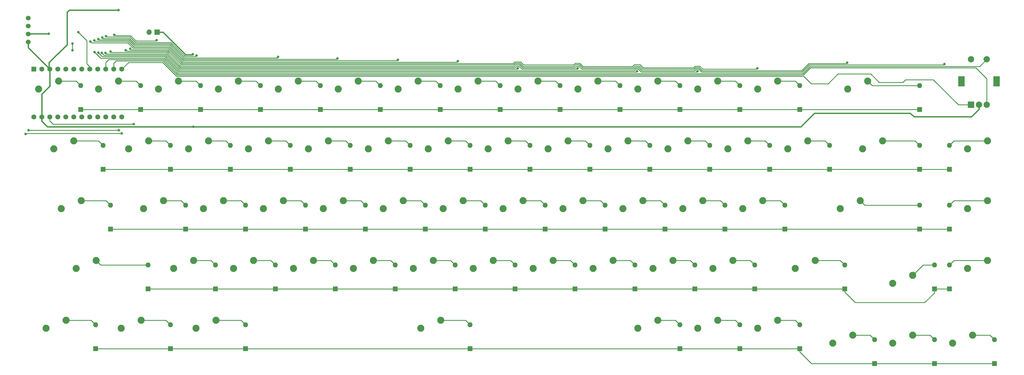
<source format=gtl>
%TF.GenerationSoftware,KiCad,Pcbnew,(6.0.8)*%
%TF.CreationDate,2023-03-19T19:58:51-07:00*%
%TF.ProjectId,Dissatisfaction65,44697373-6174-4697-9366-616374696f6e,rev?*%
%TF.SameCoordinates,Original*%
%TF.FileFunction,Copper,L1,Top*%
%TF.FilePolarity,Positive*%
%FSLAX46Y46*%
G04 Gerber Fmt 4.6, Leading zero omitted, Abs format (unit mm)*
G04 Created by KiCad (PCBNEW (6.0.8)) date 2023-03-19 19:58:51*
%MOMM*%
%LPD*%
G01*
G04 APERTURE LIST*
%TA.AperFunction,ComponentPad*%
%ADD10R,1.600000X1.600000*%
%TD*%
%TA.AperFunction,ComponentPad*%
%ADD11O,1.600000X1.600000*%
%TD*%
%TA.AperFunction,ComponentPad*%
%ADD12C,2.250000*%
%TD*%
%TA.AperFunction,ComponentPad*%
%ADD13R,2.000000X2.000000*%
%TD*%
%TA.AperFunction,ComponentPad*%
%ADD14C,2.000000*%
%TD*%
%TA.AperFunction,ComponentPad*%
%ADD15R,2.000000X3.200000*%
%TD*%
%TA.AperFunction,ComponentPad*%
%ADD16R,1.700000X1.700000*%
%TD*%
%TA.AperFunction,ComponentPad*%
%ADD17O,1.700000X1.700000*%
%TD*%
%TA.AperFunction,ComponentPad*%
%ADD18C,1.524000*%
%TD*%
%TA.AperFunction,ComponentPad*%
%ADD19C,1.600000*%
%TD*%
%TA.AperFunction,ViaPad*%
%ADD20C,0.800000*%
%TD*%
%TA.AperFunction,Conductor*%
%ADD21C,0.254000*%
%TD*%
%TA.AperFunction,Conductor*%
%ADD22C,0.381000*%
%TD*%
G04 APERTURE END LIST*
D10*
X34925000Y-49212500D03*
D11*
X34925000Y-41592500D03*
D10*
X53975000Y-49212500D03*
D11*
X53975000Y-41592500D03*
D10*
X73025000Y-49212500D03*
D11*
X73025000Y-41592500D03*
D10*
X92075000Y-49212500D03*
D11*
X92075000Y-41592500D03*
D10*
X111125000Y-49212500D03*
D11*
X111125000Y-41592500D03*
D10*
X130175000Y-49212500D03*
D11*
X130175000Y-41592500D03*
D10*
X149225000Y-49212500D03*
D11*
X149225000Y-41592500D03*
D10*
X168275000Y-49212500D03*
D11*
X168275000Y-41592500D03*
D10*
X187325000Y-49212500D03*
D11*
X187325000Y-41592500D03*
D10*
X206375000Y-49212500D03*
D11*
X206375000Y-41592500D03*
D10*
X225425000Y-49212500D03*
D11*
X225425000Y-41592500D03*
D10*
X244475000Y-49212500D03*
D11*
X244475000Y-41592500D03*
D10*
X263525000Y-49212500D03*
D11*
X263525000Y-41592500D03*
D10*
X301625000Y-49212500D03*
D11*
X301625000Y-41592500D03*
D10*
X42068750Y-68262500D03*
D11*
X42068750Y-60642500D03*
D10*
X63500000Y-68262500D03*
D11*
X63500000Y-60642500D03*
D10*
X82550000Y-68262500D03*
D11*
X82550000Y-60642500D03*
D10*
X101600000Y-68262500D03*
D11*
X101600000Y-60642500D03*
D10*
X120650000Y-68262500D03*
D11*
X120650000Y-60642500D03*
D10*
X139700000Y-68262500D03*
D11*
X139700000Y-60642500D03*
D10*
X158750000Y-68262500D03*
D11*
X158750000Y-60642500D03*
D10*
X177800000Y-68262500D03*
D11*
X177800000Y-60642500D03*
D10*
X196850000Y-68262500D03*
D11*
X196850000Y-60642500D03*
D10*
X215900000Y-68262500D03*
D11*
X215900000Y-60642500D03*
D10*
X234950000Y-68262500D03*
D11*
X234950000Y-60642500D03*
D10*
X254000000Y-68262500D03*
D11*
X254000000Y-60642500D03*
D10*
X273050000Y-68262500D03*
D11*
X273050000Y-60642500D03*
D10*
X301625000Y-68262500D03*
D11*
X301625000Y-60642500D03*
D10*
X311150000Y-68262500D03*
D11*
X311150000Y-60642500D03*
D10*
X44450000Y-87312500D03*
D11*
X44450000Y-79692500D03*
D10*
X68262500Y-87312500D03*
D11*
X68262500Y-79692500D03*
D10*
X87312500Y-87312500D03*
D11*
X87312500Y-79692500D03*
D10*
X106362500Y-87312500D03*
D11*
X106362500Y-79692500D03*
D10*
X125412500Y-87312500D03*
D11*
X125412500Y-79692500D03*
D10*
X144462500Y-87312500D03*
D11*
X144462500Y-79692500D03*
D10*
X163512500Y-87312500D03*
D11*
X163512500Y-79692500D03*
D10*
X182562500Y-87312500D03*
D11*
X182562500Y-79692500D03*
D10*
X201612500Y-87312500D03*
D11*
X201612500Y-79692500D03*
D10*
X220662500Y-87312500D03*
D11*
X220662500Y-79692500D03*
D10*
X239712500Y-87312500D03*
D11*
X239712500Y-79692500D03*
D10*
X258762500Y-87312500D03*
D11*
X258762500Y-79692500D03*
D10*
X301625000Y-87312500D03*
D11*
X301625000Y-79692500D03*
D10*
X311150000Y-87312500D03*
D11*
X311150000Y-79692500D03*
D10*
X56356250Y-106362500D03*
D11*
X56356250Y-98742500D03*
D10*
X77787500Y-106362500D03*
D11*
X77787500Y-98742500D03*
D10*
X96837500Y-106362500D03*
D11*
X96837500Y-98742500D03*
D10*
X115887500Y-106362500D03*
D11*
X115887500Y-98742500D03*
D10*
X134937500Y-106362500D03*
D11*
X134937500Y-98742500D03*
D10*
X153987500Y-106362500D03*
D11*
X153987500Y-98742500D03*
D10*
X173037500Y-106362500D03*
D11*
X173037500Y-98742500D03*
D10*
X192087500Y-106362500D03*
D11*
X192087500Y-98742500D03*
D10*
X211137500Y-106362500D03*
D11*
X211137500Y-98742500D03*
D10*
X230187500Y-106362500D03*
D11*
X230187500Y-98742500D03*
D10*
X249237500Y-106362500D03*
D11*
X249237500Y-98742500D03*
D10*
X277812500Y-106362500D03*
D11*
X277812500Y-98742500D03*
D10*
X306387500Y-106362500D03*
D11*
X306387500Y-98742500D03*
D10*
X311150000Y-106362500D03*
D11*
X311150000Y-98742500D03*
D10*
X39687500Y-125412500D03*
D11*
X39687500Y-117792500D03*
D10*
X63500000Y-125412500D03*
D11*
X63500000Y-117792500D03*
D10*
X87312500Y-125412500D03*
D11*
X87312500Y-117792500D03*
D10*
X158750000Y-125412500D03*
D11*
X158750000Y-117792500D03*
D10*
X225425000Y-125412500D03*
D11*
X225425000Y-117792500D03*
D10*
X244475000Y-125412500D03*
D11*
X244475000Y-117792500D03*
D10*
X263525000Y-125412500D03*
D11*
X263525000Y-117792500D03*
D10*
X287337500Y-130175000D03*
D11*
X287337500Y-122555000D03*
D10*
X306387500Y-130175000D03*
D11*
X306387500Y-122555000D03*
D10*
X325437500Y-130175000D03*
D11*
X325437500Y-122555000D03*
D12*
X197802500Y-99853750D03*
X204152500Y-97313750D03*
X216852500Y-99853750D03*
X223202500Y-97313750D03*
X212090000Y-42703750D03*
X218440000Y-40163750D03*
X40640000Y-42703750D03*
X46990000Y-40163750D03*
X59690000Y-42703750D03*
X66040000Y-40163750D03*
X78740000Y-42703750D03*
X85090000Y-40163750D03*
X97790000Y-42703750D03*
X104140000Y-40163750D03*
X116840000Y-42703750D03*
X123190000Y-40163750D03*
X135890000Y-42703750D03*
X142240000Y-40163750D03*
X154940000Y-42703750D03*
X161290000Y-40163750D03*
X173990000Y-42703750D03*
X180340000Y-40163750D03*
X193040000Y-42703750D03*
X199390000Y-40163750D03*
X245427500Y-80803750D03*
X251777500Y-78263750D03*
X231140000Y-42703750D03*
X237490000Y-40163750D03*
X235902500Y-99853750D03*
X242252500Y-97313750D03*
X226377500Y-80803750D03*
X232727500Y-78263750D03*
X250190000Y-42703750D03*
X256540000Y-40163750D03*
X240665000Y-61753750D03*
X247015000Y-59213750D03*
X283527500Y-61753750D03*
X289877500Y-59213750D03*
X259715000Y-61753750D03*
X266065000Y-59213750D03*
X54927500Y-80803750D03*
X61277500Y-78263750D03*
X140652500Y-99853750D03*
X147002500Y-97313750D03*
X278765000Y-42703750D03*
X285115000Y-40163750D03*
X102552500Y-99853750D03*
X108902500Y-97313750D03*
X28733750Y-80803750D03*
X35083750Y-78263750D03*
X93027500Y-80803750D03*
X99377500Y-78263750D03*
X316865000Y-61753750D03*
X323215000Y-59213750D03*
X293052500Y-123666250D03*
X299402500Y-121126250D03*
X88265000Y-61753750D03*
X94615000Y-59213750D03*
X316865000Y-99853750D03*
X323215000Y-97313750D03*
X276383750Y-80803750D03*
X282733750Y-78263750D03*
X21590000Y-42703750D03*
X27940000Y-40163750D03*
X112077500Y-80803750D03*
X118427500Y-78263750D03*
X231140000Y-118903750D03*
X237490000Y-116363750D03*
X131127500Y-80803750D03*
X137477500Y-78263750D03*
X150177500Y-80803750D03*
X156527500Y-78263750D03*
X316865000Y-80803750D03*
X323215000Y-78263750D03*
X183515000Y-61753750D03*
X189865000Y-59213750D03*
X169227500Y-80803750D03*
X175577500Y-78263750D03*
X188277500Y-80803750D03*
X194627500Y-78263750D03*
X207327500Y-80803750D03*
X213677500Y-78263750D03*
X71596250Y-118903750D03*
X77946250Y-116363750D03*
X23971250Y-118903750D03*
X30321250Y-116363750D03*
X274002500Y-123666250D03*
X280352500Y-121126250D03*
X33496250Y-99853750D03*
X39846250Y-97313750D03*
X178752500Y-99853750D03*
X185102500Y-97313750D03*
X159702500Y-99853750D03*
X166052500Y-97313750D03*
X202565000Y-61753750D03*
X208915000Y-59213750D03*
X221615000Y-61753750D03*
X227965000Y-59213750D03*
X50165000Y-61753750D03*
X56515000Y-59213750D03*
X107315000Y-61753750D03*
X113665000Y-59213750D03*
X212090000Y-118903750D03*
X218440000Y-116363750D03*
X250190000Y-118903750D03*
X256540000Y-116363750D03*
X312102500Y-123666250D03*
X318452500Y-121126250D03*
X262096250Y-99853750D03*
X268446250Y-97313750D03*
X73977500Y-80803750D03*
X80327500Y-78263750D03*
X143033750Y-118903750D03*
X149383750Y-116363750D03*
X126365000Y-61753750D03*
X132715000Y-59213750D03*
X26352500Y-61753750D03*
X32702500Y-59213750D03*
X164465000Y-61753750D03*
X170815000Y-59213750D03*
X293052500Y-104616250D03*
X299402500Y-102076250D03*
X121602500Y-99853750D03*
X127952500Y-97313750D03*
X69215000Y-61753750D03*
X75565000Y-59213750D03*
X47783750Y-118903750D03*
X54133750Y-116363750D03*
X83502500Y-99853750D03*
X89852500Y-97313750D03*
X145415000Y-61753750D03*
X151765000Y-59213750D03*
X64452500Y-99853750D03*
X70802500Y-97313750D03*
D13*
X318008000Y-47752000D03*
D14*
X323008000Y-47752000D03*
X320508000Y-47752000D03*
D15*
X326108000Y-40252000D03*
X314908000Y-40252000D03*
D14*
X323008000Y-33252000D03*
X318008000Y-33252000D03*
D16*
X59200000Y-24600000D03*
D17*
X56660000Y-24600000D03*
D18*
X18250000Y-20090000D03*
X18250000Y-22630000D03*
X18250000Y-25170000D03*
X18250000Y-27710000D03*
D10*
X20060000Y-36410000D03*
D19*
X22600000Y-36410000D03*
X25140000Y-36410000D03*
X27680000Y-36410000D03*
X30220000Y-36410000D03*
X32760000Y-36410000D03*
X35300000Y-36410000D03*
X37840000Y-36410000D03*
X40380000Y-36410000D03*
X42920000Y-36410000D03*
X45460000Y-36410000D03*
X48000000Y-36410000D03*
X48000000Y-51650000D03*
X45460000Y-51650000D03*
X42920000Y-51650000D03*
X40380000Y-51650000D03*
X37840000Y-51650000D03*
X35300000Y-51650000D03*
X32760000Y-51650000D03*
X30220000Y-51650000D03*
X27680000Y-51650000D03*
X25140000Y-51650000D03*
X22600000Y-51650000D03*
X20060000Y-51650000D03*
D20*
X41668134Y-31229866D03*
X173863000Y-36137970D03*
X42799000Y-31238960D03*
X192913000Y-36137970D03*
X39370000Y-30988000D03*
X211836000Y-37045990D03*
X45593000Y-25415959D03*
X59055000Y-27152870D03*
X42968999Y-25869969D03*
X71755000Y-32051880D03*
X97663000Y-32505890D03*
X41783000Y-26323979D03*
X116586000Y-32959900D03*
X40513000Y-26777989D03*
X39243000Y-27231999D03*
X135763000Y-33413910D03*
X37973000Y-27559000D03*
X154813000Y-33867920D03*
X231013000Y-37045990D03*
X40519067Y-31108933D03*
X250063000Y-36137970D03*
X50673000Y-29845000D03*
X49276000Y-30330940D03*
X278638000Y-34305980D03*
X309499000Y-34759990D03*
X44422999Y-30784950D03*
X70612000Y-31597870D03*
X46941767Y-17592633D03*
X70739000Y-54737000D03*
X51770000Y-53900000D03*
X24765000Y-25146000D03*
X32330000Y-28270000D03*
X32330000Y-30320000D03*
X34160000Y-24610000D03*
X48000000Y-56870000D03*
X17440000Y-57050000D03*
X18380000Y-55840000D03*
X47010000Y-55840000D03*
D21*
X33496250Y-40163750D02*
X34925000Y-41592500D01*
X27940000Y-40163750D02*
X33496250Y-40163750D01*
X34925000Y-49212500D02*
X301625000Y-49212500D01*
X52546250Y-40163750D02*
X53975000Y-41592500D01*
X46990000Y-40163750D02*
X52546250Y-40163750D01*
X66040000Y-40163750D02*
X71596250Y-40163750D01*
X71596250Y-40163750D02*
X73025000Y-41592500D01*
X85090000Y-40163750D02*
X90646250Y-40163750D01*
X90646250Y-40163750D02*
X92075000Y-41592500D01*
X109696250Y-40163750D02*
X111125000Y-41592500D01*
X104140000Y-40163750D02*
X109696250Y-40163750D01*
X128746250Y-40163750D02*
X130175000Y-41592500D01*
X123190000Y-40163750D02*
X128746250Y-40163750D01*
X147796250Y-40163750D02*
X149225000Y-41592500D01*
X142240000Y-40163750D02*
X147796250Y-40163750D01*
X161290000Y-40163750D02*
X166846250Y-40163750D01*
X166846250Y-40163750D02*
X168275000Y-41592500D01*
X185896250Y-40163750D02*
X187325000Y-41592500D01*
X180340000Y-40163750D02*
X185896250Y-40163750D01*
X204946250Y-40163750D02*
X206375000Y-41592500D01*
X199390000Y-40163750D02*
X204946250Y-40163750D01*
X218440000Y-40163750D02*
X223996250Y-40163750D01*
X223996250Y-40163750D02*
X225425000Y-41592500D01*
X237490000Y-40163750D02*
X243046250Y-40163750D01*
X243046250Y-40163750D02*
X244475000Y-41592500D01*
X256540000Y-40163750D02*
X262096250Y-40163750D01*
X262096250Y-40163750D02*
X263525000Y-41592500D01*
X285115000Y-40163750D02*
X286543750Y-41592500D01*
X286543750Y-41592500D02*
X301625000Y-41592500D01*
X32702500Y-59213750D02*
X40640000Y-59213750D01*
X40640000Y-59213750D02*
X42068750Y-60642500D01*
X42068750Y-68262500D02*
X311150000Y-68262500D01*
X56515000Y-59213750D02*
X62071250Y-59213750D01*
X62071250Y-59213750D02*
X63500000Y-60642500D01*
X81121250Y-59213750D02*
X82550000Y-60642500D01*
X75565000Y-59213750D02*
X81121250Y-59213750D01*
X94615000Y-59213750D02*
X100171250Y-59213750D01*
X100171250Y-59213750D02*
X101600000Y-60642500D01*
X119221250Y-59213750D02*
X120650000Y-60642500D01*
X113665000Y-59213750D02*
X119221250Y-59213750D01*
X138271250Y-59213750D02*
X139700000Y-60642500D01*
X132715000Y-59213750D02*
X138271250Y-59213750D01*
X157321250Y-59213750D02*
X158750000Y-60642500D01*
X151765000Y-59213750D02*
X157321250Y-59213750D01*
X176371250Y-59213750D02*
X177800000Y-60642500D01*
X170815000Y-59213750D02*
X176371250Y-59213750D01*
X189865000Y-59213750D02*
X195421250Y-59213750D01*
X195421250Y-59213750D02*
X196850000Y-60642500D01*
X214471250Y-59213750D02*
X215900000Y-60642500D01*
X208915000Y-59213750D02*
X214471250Y-59213750D01*
X227965000Y-59213750D02*
X233521250Y-59213750D01*
X233521250Y-59213750D02*
X234950000Y-60642500D01*
X252571250Y-59213750D02*
X254000000Y-60642500D01*
X247015000Y-59213750D02*
X252571250Y-59213750D01*
X271621250Y-59213750D02*
X273050000Y-60642500D01*
X266065000Y-59213750D02*
X271621250Y-59213750D01*
X289877500Y-59213750D02*
X300196250Y-59213750D01*
X300196250Y-59213750D02*
X301625000Y-60642500D01*
X312578750Y-59213750D02*
X323215000Y-59213750D01*
X311150000Y-60642500D02*
X312578750Y-59213750D01*
X43021250Y-78263750D02*
X44450000Y-79692500D01*
X35083750Y-78263750D02*
X43021250Y-78263750D01*
X44450000Y-87312500D02*
X311150000Y-87312500D01*
X61277500Y-78263750D02*
X66833750Y-78263750D01*
X66833750Y-78263750D02*
X68262500Y-79692500D01*
X85883750Y-78263750D02*
X87312500Y-79692500D01*
X80327500Y-78263750D02*
X85883750Y-78263750D01*
X104933750Y-78263750D02*
X106362500Y-79692500D01*
X99377500Y-78263750D02*
X104933750Y-78263750D01*
X118427500Y-78263750D02*
X123983750Y-78263750D01*
X123983750Y-78263750D02*
X125412500Y-79692500D01*
X137477500Y-78263750D02*
X143033750Y-78263750D01*
X143033750Y-78263750D02*
X144462500Y-79692500D01*
X162083750Y-78263750D02*
X163512500Y-79692500D01*
X156527500Y-78263750D02*
X162083750Y-78263750D01*
X181133750Y-78263750D02*
X182562500Y-79692500D01*
X175577500Y-78263750D02*
X181133750Y-78263750D01*
X194627500Y-78263750D02*
X200183750Y-78263750D01*
X200183750Y-78263750D02*
X201612500Y-79692500D01*
X213677500Y-78263750D02*
X219233750Y-78263750D01*
X219233750Y-78263750D02*
X220662500Y-79692500D01*
X232727500Y-78263750D02*
X238283750Y-78263750D01*
X238283750Y-78263750D02*
X239712500Y-79692500D01*
X251777500Y-78263750D02*
X257333750Y-78263750D01*
X257333750Y-78263750D02*
X258762500Y-79692500D01*
X282733750Y-78263750D02*
X284162500Y-79692500D01*
X284162500Y-79692500D02*
X301625000Y-79692500D01*
X311150000Y-79692500D02*
X312578750Y-78263750D01*
X312578750Y-78263750D02*
X323215000Y-78263750D01*
X39846250Y-97313750D02*
X41275000Y-98742500D01*
X41275000Y-98742500D02*
X56356250Y-98742500D01*
X56356250Y-106362500D02*
X277812500Y-106362500D01*
X277812500Y-107416500D02*
X281140000Y-110744000D01*
X306387500Y-106362500D02*
X311150000Y-106362500D01*
X281140000Y-110744000D02*
X303276000Y-110744000D01*
X303276000Y-110744000D02*
X306387500Y-107632500D01*
X306387500Y-107632500D02*
X306387500Y-106362500D01*
X277812500Y-106362500D02*
X277812500Y-107416500D01*
X70802500Y-97313750D02*
X76358750Y-97313750D01*
X76358750Y-97313750D02*
X77787500Y-98742500D01*
X89852500Y-97313750D02*
X95408750Y-97313750D01*
X95408750Y-97313750D02*
X96837500Y-98742500D01*
X114458750Y-97313750D02*
X115887500Y-98742500D01*
X108902500Y-97313750D02*
X114458750Y-97313750D01*
X127952500Y-97313750D02*
X133508750Y-97313750D01*
X133508750Y-97313750D02*
X134937500Y-98742500D01*
X147002500Y-97313750D02*
X152558750Y-97313750D01*
X152558750Y-97313750D02*
X153987500Y-98742500D01*
X171608750Y-97313750D02*
X173037500Y-98742500D01*
X166052500Y-97313750D02*
X171608750Y-97313750D01*
X190658750Y-97313750D02*
X192087500Y-98742500D01*
X185102500Y-97313750D02*
X190658750Y-97313750D01*
X204152500Y-97313750D02*
X209708750Y-97313750D01*
X209708750Y-97313750D02*
X211137500Y-98742500D01*
X223202500Y-97313750D02*
X228758750Y-97313750D01*
X228758750Y-97313750D02*
X230187500Y-98742500D01*
X247808750Y-97313750D02*
X249237500Y-98742500D01*
X242252500Y-97313750D02*
X247808750Y-97313750D01*
X276383750Y-97313750D02*
X277812500Y-98742500D01*
X268446250Y-97313750D02*
X276383750Y-97313750D01*
X302736250Y-98742500D02*
X306387500Y-98742500D01*
X299402500Y-102076250D02*
X302736250Y-98742500D01*
X311150000Y-98742500D02*
X312578750Y-97313750D01*
X312578750Y-97313750D02*
X323215000Y-97313750D01*
X38258750Y-116363750D02*
X39687500Y-117792500D01*
X30321250Y-116363750D02*
X38258750Y-116363750D01*
X267233500Y-130175000D02*
X287337500Y-130175000D01*
X287337500Y-130175000D02*
X325437500Y-130175000D01*
X263525000Y-125412500D02*
X263525000Y-126466500D01*
X39687500Y-125412500D02*
X263525000Y-125412500D01*
X263525000Y-126466500D02*
X267233500Y-130175000D01*
X54133750Y-116363750D02*
X62071250Y-116363750D01*
X62071250Y-116363750D02*
X63500000Y-117792500D01*
X77946250Y-116363750D02*
X85883750Y-116363750D01*
X85883750Y-116363750D02*
X87312500Y-117792500D01*
X149383750Y-116363750D02*
X157321250Y-116363750D01*
X157321250Y-116363750D02*
X158750000Y-117792500D01*
X223996250Y-116363750D02*
X225425000Y-117792500D01*
X218440000Y-116363750D02*
X223996250Y-116363750D01*
X243046250Y-116363750D02*
X244475000Y-117792500D01*
X237490000Y-116363750D02*
X243046250Y-116363750D01*
X256540000Y-116363750D02*
X262096250Y-116363750D01*
X262096250Y-116363750D02*
X263525000Y-117792500D01*
X285908750Y-121126250D02*
X287337500Y-122555000D01*
X280352500Y-121126250D02*
X285908750Y-121126250D01*
X304958750Y-121126250D02*
X306387500Y-122555000D01*
X299402500Y-121126250D02*
X304958750Y-121126250D01*
X318452500Y-121126250D02*
X324008750Y-121126250D01*
X324008750Y-121126250D02*
X325437500Y-122555000D01*
X66426167Y-36410960D02*
X173590010Y-36410960D01*
X42404228Y-31965960D02*
X61981168Y-31965960D01*
X61981168Y-31965960D02*
X66426167Y-36410960D01*
X41668134Y-31229866D02*
X42404228Y-31965960D01*
X173590010Y-36410960D02*
X173863000Y-36137970D01*
X61793112Y-31511950D02*
X62169226Y-31511952D01*
X66614223Y-35956950D02*
X172968058Y-35956950D01*
X175211952Y-36410960D02*
X192640010Y-36410960D01*
X174211961Y-35410969D02*
X175211952Y-36410960D01*
X42941950Y-31511950D02*
X61793112Y-31511950D01*
X192640010Y-36410960D02*
X192913000Y-36137970D01*
X66548000Y-35890727D02*
X66614223Y-35956950D01*
X173514039Y-35410969D02*
X174211961Y-35410969D01*
X42799000Y-31238960D02*
X42799000Y-31369000D01*
X62169226Y-31511952D02*
X66548000Y-35890727D01*
X42799000Y-31369000D02*
X42941950Y-31511950D01*
X172968058Y-35956950D02*
X173514039Y-35410969D01*
X39370000Y-30988000D02*
X41255980Y-32873980D01*
X41255980Y-32873980D02*
X61605054Y-32873980D01*
X61605054Y-32873980D02*
X66050054Y-37318980D01*
X211563010Y-37318980D02*
X211836000Y-37045990D01*
X66050054Y-37318980D02*
X211563010Y-37318980D01*
X45593000Y-25527000D02*
X45754949Y-25688949D01*
X59055000Y-27152870D02*
X59055000Y-27178000D01*
X58807140Y-27425860D02*
X52544217Y-27425860D01*
X59055000Y-27178000D02*
X58807140Y-27425860D01*
X50807306Y-25688949D02*
X52544217Y-27425860D01*
X45754949Y-25688949D02*
X50807306Y-25688949D01*
X45593000Y-25415959D02*
X45593000Y-25527000D01*
X50243137Y-26142959D02*
X50619251Y-26142961D01*
X52356160Y-27879870D02*
X63680403Y-27879870D01*
X68125403Y-32324870D02*
X71482010Y-32324870D01*
X63680403Y-27879870D02*
X68125403Y-32324870D01*
X71482010Y-32324870D02*
X71755000Y-32051880D01*
X50619251Y-26142961D02*
X52356160Y-27879870D01*
X42968999Y-25869969D02*
X43241989Y-26142959D01*
X43241989Y-26142959D02*
X50243137Y-26142959D01*
X67930620Y-32778880D02*
X97390010Y-32778880D01*
X63485620Y-28333880D02*
X67930620Y-32778880D01*
X97390010Y-32778880D02*
X97663000Y-32505890D01*
X50431193Y-26596969D02*
X52168103Y-28333880D01*
X41836969Y-26596969D02*
X50431193Y-26596969D01*
X41783000Y-26543000D02*
X41836969Y-26596969D01*
X52168103Y-28333880D02*
X63485620Y-28333880D01*
X41783000Y-26323979D02*
X41783000Y-26543000D01*
X51943000Y-28750843D02*
X51943000Y-28754905D01*
X40513000Y-26777989D02*
X40513000Y-26924000D01*
X67742562Y-33232890D02*
X116313010Y-33232890D01*
X63297563Y-28787890D02*
X67742562Y-33232890D01*
X50243136Y-27050979D02*
X51943000Y-28750843D01*
X40513000Y-26924000D02*
X40639979Y-27050979D01*
X40639979Y-27050979D02*
X50243136Y-27050979D01*
X51975985Y-28787890D02*
X63297563Y-28787890D01*
X116313010Y-33232890D02*
X116586000Y-32959900D01*
X51943000Y-28754905D02*
X51975985Y-28787890D01*
X135490010Y-33686900D02*
X135763000Y-33413910D01*
X39243000Y-27231999D02*
X39243000Y-27305000D01*
X39442989Y-27504989D02*
X50051018Y-27504989D01*
X50051018Y-27504989D02*
X51787929Y-29241900D01*
X39243000Y-27305000D02*
X39442989Y-27504989D01*
X67554506Y-33686900D02*
X135490010Y-33686900D01*
X62733394Y-29241900D02*
X63109508Y-29241902D01*
X63109508Y-29241902D02*
X67554506Y-33686900D01*
X51787929Y-29241900D02*
X62733394Y-29241900D01*
X154540010Y-34140910D02*
X154813000Y-33867920D01*
X51599872Y-29695910D02*
X62921450Y-29695910D01*
X37973000Y-27559000D02*
X38372999Y-27958999D01*
X67366449Y-34140910D02*
X154540010Y-34140910D01*
X49862961Y-27958999D02*
X51599872Y-29695910D01*
X62921450Y-29695910D02*
X67366449Y-34140910D01*
X38372999Y-27958999D02*
X49862961Y-27958999D01*
X213184952Y-37318980D02*
X230740010Y-37318980D01*
X230740010Y-37318980D02*
X231013000Y-37045990D01*
X41830104Y-32419970D02*
X61793111Y-32419970D01*
X40519067Y-31108933D02*
X41830104Y-32419970D01*
X212184961Y-36318989D02*
X213184952Y-37318980D01*
X66238111Y-36864970D02*
X210941058Y-36864970D01*
X61793111Y-32419970D02*
X66238111Y-36864970D01*
X210941058Y-36864970D02*
X211487039Y-36318989D01*
X211487039Y-36318989D02*
X212184961Y-36318989D01*
X62733393Y-30149920D02*
X67178393Y-34594920D01*
X231738075Y-35410969D02*
X232738066Y-36410960D01*
X172403888Y-34594920D02*
X172949868Y-34048939D01*
X232738066Y-36410960D02*
X249790010Y-36410960D01*
X175776123Y-35048930D02*
X191641945Y-35048930D01*
X193641016Y-34502949D02*
X194641007Y-35502940D01*
X50673000Y-29845000D02*
X50977920Y-30149920D01*
X50977920Y-30149920D02*
X62733393Y-30149920D01*
X230287925Y-35410969D02*
X231738075Y-35410969D01*
X210922868Y-34956959D02*
X212771093Y-34956959D01*
X229741945Y-35956950D02*
X230287925Y-35410969D01*
X174776132Y-34048939D02*
X175776123Y-35048930D01*
X213771084Y-35956950D02*
X229741945Y-35956950D01*
X67178393Y-34594920D02*
X172403888Y-34594920D01*
X172949868Y-34048939D02*
X174776132Y-34048939D01*
X194641007Y-35502940D02*
X210376888Y-35502940D01*
X192187925Y-34502949D02*
X193641016Y-34502949D01*
X249790010Y-36410960D02*
X250063000Y-36137970D01*
X210376888Y-35502940D02*
X210922868Y-34956959D01*
X212771093Y-34956959D02*
X213771084Y-35956950D01*
X191641945Y-35048930D02*
X192187925Y-34502949D01*
X278365010Y-34578970D02*
X278638000Y-34305980D01*
X49548990Y-30603930D02*
X62545336Y-30603930D01*
X232550009Y-36864970D02*
X264103830Y-36864970D01*
X193452959Y-34956959D02*
X194452950Y-35956950D01*
X172591945Y-35048930D02*
X173137925Y-34502949D01*
X230475982Y-35864979D02*
X231550018Y-35864979D01*
X66990336Y-35048930D02*
X172591945Y-35048930D01*
X49276000Y-30330940D02*
X49548990Y-30603930D01*
X212583036Y-35410969D02*
X213583027Y-36410960D01*
X211110925Y-35410969D02*
X212583036Y-35410969D01*
X62545336Y-30603930D02*
X66990336Y-35048930D01*
X194452950Y-35956950D02*
X210564945Y-35956950D01*
X175588066Y-35502940D02*
X191830002Y-35502940D01*
X266389829Y-34578970D02*
X278365010Y-34578970D01*
X231550018Y-35864979D02*
X232550009Y-36864970D01*
X213583027Y-36410960D02*
X229930002Y-36410960D01*
X264103830Y-36864970D02*
X266389829Y-34578970D01*
X229930002Y-36410960D02*
X230475982Y-35864979D01*
X174588075Y-34502949D02*
X175588066Y-35502940D01*
X210564945Y-35956950D02*
X211110925Y-35410969D01*
X173137925Y-34502949D02*
X174588075Y-34502949D01*
X191830002Y-35502940D02*
X192375982Y-34956959D01*
X192375982Y-34956959D02*
X193452959Y-34956959D01*
X211298982Y-35864979D02*
X212394979Y-35864979D01*
X66802280Y-35502940D02*
X172780002Y-35502940D01*
X62045940Y-31057940D02*
X62045942Y-31057942D01*
X174400018Y-34956959D02*
X175400009Y-35956950D01*
X193261961Y-35410969D02*
X194261952Y-36410960D01*
X230118058Y-36864970D02*
X230664039Y-36318989D01*
X231361961Y-36318989D02*
X232361952Y-37318980D01*
X194261952Y-36410960D02*
X210753002Y-36410960D01*
X264291887Y-37318980D02*
X266577886Y-35032980D01*
X232361952Y-37318980D02*
X264291887Y-37318980D01*
X309226010Y-35032980D02*
X309499000Y-34759990D01*
X213394970Y-36864970D02*
X230118058Y-36864970D01*
X230664039Y-36318989D02*
X231361961Y-36318989D01*
X192564039Y-35410969D02*
X193261961Y-35410969D01*
X172780002Y-35502940D02*
X173325982Y-34956959D01*
X210753002Y-36410960D02*
X211298982Y-35864979D01*
X192018058Y-35956950D02*
X192564039Y-35410969D01*
X173325982Y-34956959D02*
X174400018Y-34956959D01*
X212394979Y-35864979D02*
X213394970Y-36864970D01*
X175400009Y-35956950D02*
X192018058Y-35956950D01*
X62045942Y-31057942D02*
X62357283Y-31057943D01*
X62357283Y-31057943D02*
X66802280Y-35502940D01*
X44695989Y-31057940D02*
X62045940Y-31057940D01*
X44422999Y-30784950D02*
X44695989Y-31057940D01*
X266577886Y-35032980D02*
X309226010Y-35032980D01*
X305960000Y-39740000D02*
X297180000Y-39740000D01*
X65456948Y-38680980D02*
X264850980Y-38680980D01*
X48000000Y-36410000D02*
X50174020Y-34235980D01*
X272580000Y-41000000D02*
X267170000Y-41000000D01*
X50174020Y-34235980D02*
X61011948Y-34235980D01*
X61011948Y-34235980D02*
X65456948Y-38680980D01*
X286110000Y-37930000D02*
X275650000Y-37930000D01*
X267170000Y-41000000D02*
X264850980Y-38680980D01*
X318008000Y-47752000D02*
X313972000Y-47752000D01*
X296340000Y-40580000D02*
X288760000Y-40580000D01*
X275650000Y-37930000D02*
X272580000Y-41000000D01*
X288760000Y-40580000D02*
X286110000Y-37930000D01*
X313972000Y-47752000D02*
X305960000Y-39740000D01*
X297180000Y-39740000D02*
X296340000Y-40580000D01*
D22*
X70739000Y-54737000D02*
X263906000Y-54737000D01*
X31302367Y-17592633D02*
X30606999Y-18288001D01*
X46941767Y-17592633D02*
X31302367Y-17592633D01*
X70402510Y-31807360D02*
X68339762Y-31807360D01*
X70612000Y-31597870D02*
X70402510Y-31807360D01*
X24900000Y-36170000D02*
X25140000Y-36410000D01*
X22600000Y-44340000D02*
X25140000Y-41800000D01*
X30606999Y-28573001D02*
X24900000Y-34280000D01*
X70739000Y-54737000D02*
X24357000Y-54737000D01*
X268224000Y-50419000D02*
X298704000Y-50419000D01*
X25140000Y-36410000D02*
X18250000Y-29520000D01*
X30606999Y-18288001D02*
X30606999Y-28573001D01*
X22600000Y-52980000D02*
X22600000Y-51650000D01*
X24357000Y-54737000D02*
X22600000Y-52980000D01*
X25140000Y-41800000D02*
X25140000Y-36410000D01*
X61132402Y-24600000D02*
X59200000Y-24600000D01*
X18250000Y-29520000D02*
X18250000Y-27710000D01*
X299847000Y-51562000D02*
X318112213Y-51562000D01*
X263906000Y-54737000D02*
X268224000Y-50419000D01*
X318112213Y-51562000D02*
X320508000Y-49166213D01*
X320508000Y-49166213D02*
X320508000Y-47752000D01*
X68339762Y-31807360D02*
X61132402Y-24600000D01*
X22600000Y-51650000D02*
X22600000Y-44340000D01*
X298704000Y-50419000D02*
X299847000Y-51562000D01*
X24900000Y-34280000D02*
X24900000Y-36170000D01*
D21*
X264667992Y-38226980D02*
X266940972Y-35954000D01*
X61200000Y-33781980D02*
X65645000Y-38226980D01*
X65645000Y-38226980D02*
X264667992Y-38226980D01*
X46180000Y-33781980D02*
X61200000Y-33781980D01*
X323008000Y-39458000D02*
X323008000Y-47752000D01*
X266940972Y-35954000D02*
X319504000Y-35954000D01*
X45460000Y-34501980D02*
X46180000Y-33781980D01*
X319504000Y-35954000D02*
X323008000Y-39458000D01*
X45460000Y-36410000D02*
X45460000Y-34501980D01*
X266752920Y-35500000D02*
X320760000Y-35500000D01*
X65862002Y-37772980D02*
X264479940Y-37772980D01*
X61417002Y-33327980D02*
X65862002Y-37772980D01*
X320760000Y-35500000D02*
X323008000Y-33252000D01*
X42920000Y-34217980D02*
X43810000Y-33327980D01*
X43810000Y-33327980D02*
X61417002Y-33327980D01*
X264479940Y-37772980D02*
X266752920Y-35500000D01*
X42920000Y-36410000D02*
X42920000Y-34217980D01*
X26150000Y-53900000D02*
X25140000Y-52890000D01*
X25140000Y-52890000D02*
X25140000Y-51650000D01*
X51770000Y-53900000D02*
X26150000Y-53900000D01*
D22*
X18274000Y-25146000D02*
X18250000Y-25170000D01*
X24765000Y-25146000D02*
X18274000Y-25146000D01*
D21*
X32330000Y-28270000D02*
X32330000Y-30320000D01*
X36890000Y-34640000D02*
X37840000Y-35590000D01*
X37840000Y-35590000D02*
X37840000Y-36410000D01*
X34160000Y-24610000D02*
X36890000Y-27340000D01*
X36890000Y-27340000D02*
X36890000Y-34640000D01*
X17440000Y-57050000D02*
X17620000Y-56870000D01*
X17620000Y-56870000D02*
X48000000Y-56870000D01*
X18380000Y-55840000D02*
X47010000Y-55840000D01*
M02*

</source>
